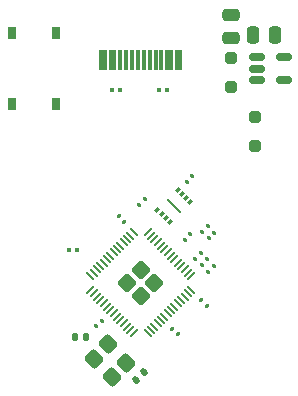
<source format=gtp>
G04 #@! TF.GenerationSoftware,KiCad,Pcbnew,9.0.3*
G04 #@! TF.CreationDate,2025-08-04T00:30:31-07:00*
G04 #@! TF.ProjectId,OneBoardFlex,4f6e6542-6f61-4726-9446-6c65782e6b69,rev?*
G04 #@! TF.SameCoordinates,Original*
G04 #@! TF.FileFunction,Paste,Top*
G04 #@! TF.FilePolarity,Positive*
%FSLAX46Y46*%
G04 Gerber Fmt 4.6, Leading zero omitted, Abs format (unit mm)*
G04 Created by KiCad (PCBNEW 9.0.3) date 2025-08-04 00:30:31*
%MOMM*%
%LPD*%
G01*
G04 APERTURE LIST*
G04 Aperture macros list*
%AMRoundRect*
0 Rectangle with rounded corners*
0 $1 Rounding radius*
0 $2 $3 $4 $5 $6 $7 $8 $9 X,Y pos of 4 corners*
0 Add a 4 corners polygon primitive as box body*
4,1,4,$2,$3,$4,$5,$6,$7,$8,$9,$2,$3,0*
0 Add four circle primitives for the rounded corners*
1,1,$1+$1,$2,$3*
1,1,$1+$1,$4,$5*
1,1,$1+$1,$6,$7*
1,1,$1+$1,$8,$9*
0 Add four rect primitives between the rounded corners*
20,1,$1+$1,$2,$3,$4,$5,0*
20,1,$1+$1,$4,$5,$6,$7,0*
20,1,$1+$1,$6,$7,$8,$9,0*
20,1,$1+$1,$8,$9,$2,$3,0*%
%AMRotRect*
0 Rectangle, with rotation*
0 The origin of the aperture is its center*
0 $1 length*
0 $2 width*
0 $3 Rotation angle, in degrees counterclockwise*
0 Add horizontal line*
21,1,$1,$2,0,0,$3*%
G04 Aperture macros list end*
%ADD10RoundRect,0.079500X-0.127279X-0.014849X-0.014849X-0.127279X0.127279X0.014849X0.014849X0.127279X0*%
%ADD11R,0.300000X1.750000*%
%ADD12RoundRect,0.079500X0.014849X-0.127279X0.127279X-0.014849X-0.014849X0.127279X-0.127279X0.014849X0*%
%ADD13RoundRect,0.250000X-0.250000X0.250000X-0.250000X-0.250000X0.250000X-0.250000X0.250000X0.250000X0*%
%ADD14RoundRect,0.079500X-0.014849X0.127279X-0.127279X0.014849X0.014849X-0.127279X0.127279X-0.014849X0*%
%ADD15RoundRect,0.140000X0.140000X0.170000X-0.140000X0.170000X-0.140000X-0.170000X0.140000X-0.170000X0*%
%ADD16RoundRect,0.079500X-0.079500X-0.100500X0.079500X-0.100500X0.079500X0.100500X-0.079500X0.100500X0*%
%ADD17RoundRect,0.250000X-0.475000X0.250000X-0.475000X-0.250000X0.475000X-0.250000X0.475000X0.250000X0*%
%ADD18RoundRect,0.140000X-0.021213X0.219203X-0.219203X0.021213X0.021213X-0.219203X0.219203X-0.021213X0*%
%ADD19RoundRect,0.250000X-0.565685X0.070711X0.070711X-0.565685X0.565685X-0.070711X-0.070711X0.565685X0*%
%ADD20RoundRect,0.079500X0.079500X0.100500X-0.079500X0.100500X-0.079500X-0.100500X0.079500X-0.100500X0*%
%ADD21RoundRect,0.079500X0.127279X0.014849X0.014849X0.127279X-0.127279X-0.014849X-0.014849X-0.127279X0*%
%ADD22RoundRect,0.249999X-0.558616X0.000000X0.000000X-0.558616X0.558616X0.000000X0.000000X0.558616X0*%
%ADD23RoundRect,0.050000X-0.309359X0.238649X0.238649X-0.309359X0.309359X-0.238649X-0.238649X0.309359X0*%
%ADD24RoundRect,0.050000X-0.309359X-0.238649X-0.238649X-0.309359X0.309359X0.238649X0.238649X0.309359X0*%
%ADD25RoundRect,0.150000X-0.512500X-0.150000X0.512500X-0.150000X0.512500X0.150000X-0.512500X0.150000X0*%
%ADD26RotRect,0.400000X0.300000X45.000000*%
%ADD27RotRect,0.200000X1.600000X45.000000*%
%ADD28R,0.750000X1.000000*%
%ADD29RoundRect,0.250000X0.250000X0.475000X-0.250000X0.475000X-0.250000X-0.475000X0.250000X-0.475000X0*%
G04 APERTURE END LIST*
D10*
X190840248Y-86700248D03*
X191328152Y-87188152D03*
D11*
X196057800Y-73523800D03*
X195257800Y-73523800D03*
X193957800Y-73523800D03*
X192957800Y-73523800D03*
X192457800Y-73523800D03*
X191457800Y-73523800D03*
X190157800Y-73523800D03*
X189357800Y-73523800D03*
X189657800Y-73523800D03*
X190457800Y-73523800D03*
X190957800Y-73523800D03*
X191957800Y-73523800D03*
X193457800Y-73523800D03*
X194457800Y-73523800D03*
X194957800Y-73523800D03*
X195757800Y-73523800D03*
D12*
X196582974Y-83807626D03*
X197070878Y-83319722D03*
D10*
X195336048Y-96250648D03*
X195823952Y-96738552D03*
D12*
X196428248Y-88737552D03*
X196916152Y-88249648D03*
D13*
X202361800Y-78302801D03*
X202361800Y-80802799D03*
D14*
X189397752Y-95564848D03*
X188909848Y-96052752D03*
D15*
X188059000Y-96926400D03*
X187099000Y-96926400D03*
D16*
X186649800Y-89611200D03*
X187339800Y-89611200D03*
D17*
X200355200Y-69712801D03*
X200355200Y-71612799D03*
D18*
X192973011Y-99939789D03*
X192294189Y-100618611D03*
D19*
X188740142Y-98781623D03*
X190295777Y-100337258D03*
X191497858Y-99135177D03*
X189942223Y-97579542D03*
D20*
X190979000Y-76022200D03*
X190289000Y-76022200D03*
D12*
X192567448Y-85791152D03*
X193055352Y-85303248D03*
D21*
X198287752Y-94300152D03*
X197799848Y-93812248D03*
D14*
X198338552Y-90383248D03*
X197850648Y-90871152D03*
X198897352Y-90942048D03*
X198409448Y-91429952D03*
D13*
X200329800Y-73299001D03*
X200329800Y-75798999D03*
D22*
X192707800Y-91242429D03*
X191576429Y-92373800D03*
X193839171Y-92373800D03*
X192707800Y-93505171D03*
D23*
X192115598Y-88104643D03*
X191832755Y-88387486D03*
X191549913Y-88670328D03*
X191267070Y-88953171D03*
X190984227Y-89236014D03*
X190701385Y-89518856D03*
X190418542Y-89801699D03*
X190135699Y-90084542D03*
X189852856Y-90367385D03*
X189570014Y-90650227D03*
X189287171Y-90933070D03*
X189004328Y-91215913D03*
X188721486Y-91498755D03*
X188438643Y-91781598D03*
D24*
X188438643Y-92966002D03*
X188721486Y-93248845D03*
X189004328Y-93531687D03*
X189287171Y-93814530D03*
X189570014Y-94097373D03*
X189852856Y-94380215D03*
X190135699Y-94663058D03*
X190418542Y-94945901D03*
X190701385Y-95228744D03*
X190984227Y-95511586D03*
X191267070Y-95794429D03*
X191549913Y-96077272D03*
X191832755Y-96360114D03*
X192115598Y-96642957D03*
D23*
X193300002Y-96642957D03*
X193582845Y-96360114D03*
X193865687Y-96077272D03*
X194148530Y-95794429D03*
X194431373Y-95511586D03*
X194714215Y-95228744D03*
X194997058Y-94945901D03*
X195279901Y-94663058D03*
X195562744Y-94380215D03*
X195845586Y-94097373D03*
X196128429Y-93814530D03*
X196411272Y-93531687D03*
X196694114Y-93248845D03*
X196976957Y-92966002D03*
D24*
X196976957Y-91781598D03*
X196694114Y-91498755D03*
X196411272Y-91215913D03*
X196128429Y-90933070D03*
X195845586Y-90650227D03*
X195562744Y-90367385D03*
X195279901Y-90084542D03*
X194997058Y-89801699D03*
X194714215Y-89518856D03*
X194431373Y-89236014D03*
X194148530Y-88953171D03*
X193865687Y-88670328D03*
X193582845Y-88387486D03*
X193300002Y-88104643D03*
D14*
X198948152Y-88122648D03*
X198460248Y-88610552D03*
D25*
X202519700Y-73280101D03*
X202519700Y-74230100D03*
X202519700Y-75180099D03*
X204794700Y-75180099D03*
X204794700Y-73280101D03*
D26*
X194123861Y-86170198D03*
X194477414Y-86523751D03*
X194830968Y-86877305D03*
X195184521Y-87230858D03*
X196881577Y-85533802D03*
X196528024Y-85180249D03*
X196174470Y-84826695D03*
X195820917Y-84473142D03*
D27*
X195502719Y-85852000D03*
D14*
X198414752Y-87589248D03*
X197926848Y-88077152D03*
D28*
X181767000Y-77211500D03*
X181767000Y-71211500D03*
X185517000Y-77211500D03*
X185517000Y-71211500D03*
D14*
X197779752Y-89824448D03*
X197291848Y-90312352D03*
D16*
X194219000Y-76022200D03*
X194909000Y-76022200D03*
D29*
X204073799Y-71374000D03*
X202173801Y-71374000D03*
M02*

</source>
